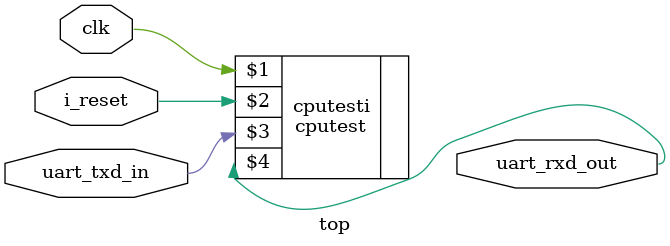
<source format=v>
`timescale 1ns / 1ps

module top #() (
    input wire            clk,
    input wire		        i_reset,

    input wire            uart_txd_in,
    output wire           uart_rxd_out
  );

  cputest cputesti (
    clk,
    i_reset,
    uart_txd_in,
    uart_rxd_out
  );
endmodule

</source>
